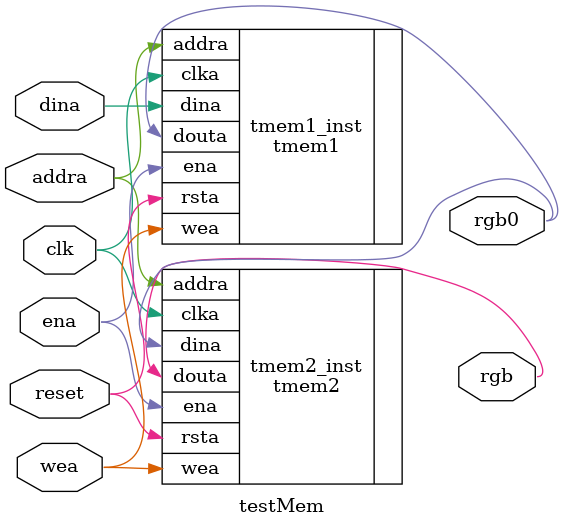
<source format=v>
`timescale 1ns / 1ps

module testMem(
    input clk,
    input wea,
    input ena,
    input addra,
    input dina,
    input reset,
    output rgb0,
    output rgb
    );

    // Instantiate the tmem1
    tmem1 tmem1_inst (
        .clka(clk),
        .wea(wea),
        .addra(addra),
        .dina(dina),
        .douta(rgb0),
        .rsta(reset),
        .ena(ena)
    );

    // Instantiate the tmem2
    tmem2 tmem2_inst (
        .clka(clk),
        .wea(wea),
        .addra(addra),
        .dina(rgb0),
        .douta(rgb),
        .rsta(reset),
        .ena(ena)
    );

endmodule

</source>
